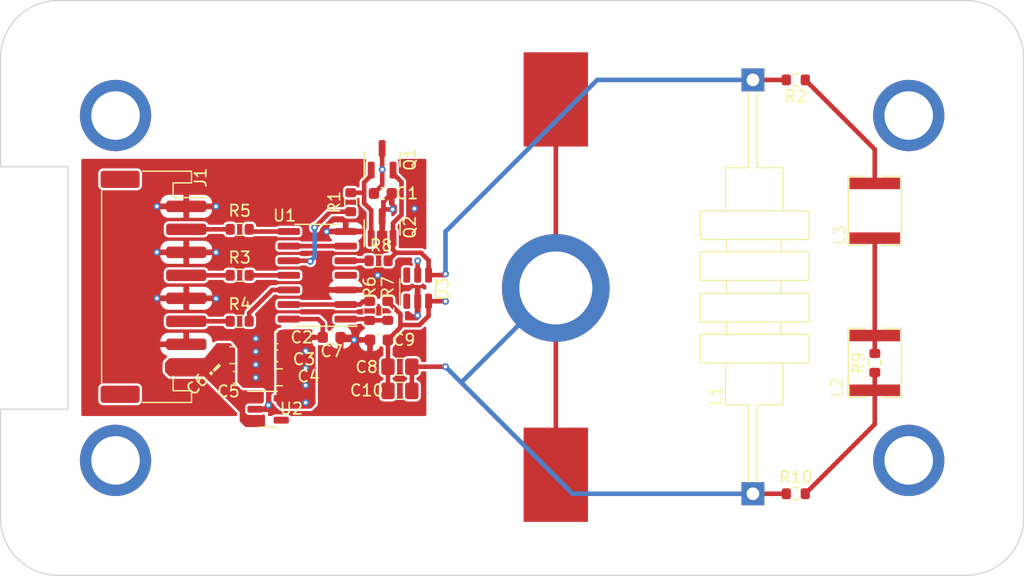
<source format=kicad_pcb>
(kicad_pcb (version 20221018) (generator pcbnew)
  (layers (0 "F.Cu" signal) (1 "In1.Cu" signal) (2 "In2.Cu" signal) (31 "B.Cu" signal) (34 "B.Paste" user) (35 "F.Paste" user) (36 "B.SilkS" user "B.Silkscreen") (37 "F.SilkS" user "F.Silkscreen") (38 "B.Mask" user) (39 "F.Mask" user) (44 "Edge.Cuts" user))
  (net 0 "")
  (net 1 "+5V")
  (net 2 "GND")
  (net 3 "+3V3")
  (net 4 "L_IN")
  (net 5 "/C_DIV")
  (net 7 "QUAD")
  (net 8 "ZERO")
  (net 9 "SQ")
  (net 10 "L_OUT")
  (net 11 "Net-(Q1-B)")
  (net 12 "Net-(R1-Pad2)")
  (net 13 "Net-(R2-Pad1)")
  (net 14 "Net-(R3-Pad2)")
  (net 15 "Net-(R4-Pad1)")
  (net 16 "Net-(R5-Pad2)")
  (net 17 "Net-(R6-Pad1)")
  (net 18 "Net-(R7-Pad1)")
  (net 19 "Net-(U1-Pad6)")
  (net 28 "Net-(L2-Pad2)")
  (net 29 "Net-(L2-Pad1)")
  (net 30 "Net-(L3-Pad2)")
  (footprint "theremin:SMTSO-M3" (layer "F.Cu") (at 143 110.1)
    (fp_text reference "H3" hide)
    (fp_text value "Standoff_2")
    (pad "1" thru_hole circle (at 0 0) (size 6.2 6.2) (drill 4.22) (layers "*.Cu" "*.Mask"))
  )
  (footprint "Capacitor_SMD:C_0805_2012Metric_Pad1.18x1.45mm_HandSolder" (layer "F.Cu") (at 167.7375 101.95 180)
    (fp_text reference "C8" (at 2.8915 -0.031) (layer "F.SilkS"))
    (fp_text value "1p")
    (fp_line (start -0.261252 -0.735) (end 0.261252 -0.735) (stroke (width 0.12)) (layer "F.SilkS"))
    (fp_line (start -0.261252 0.735) (end 0.261252 0.735) (stroke (width 0.12)) (layer "F.SilkS"))
    (pad "1" smd roundrect (at -1.0375 0 180) (size 1.175 1.45) (layers "F.Cu" "F.Paste" "F.Mask") (roundrect_rratio 0.212766) (net 4 "L_IN"))
    (pad "2" smd roundrect (at 1.0375 0 180) (size 1.175 1.45) (layers "F.Cu" "F.Paste" "F.Mask") (roundrect_rratio 0.212766) (net 5 "/C_DIV"))
  )
  (footprint "Resistor_SMD:R_0603_1608Metric" (layer "F.Cu") (at 209.05 101.62 90)
    (fp_text reference "R9" (at 0 -1.43 90) (layer "F.SilkS"))
    (fp_text value "0")
    (fp_line (start -0.237258 -0.5225) (end 0.237258 -0.5225) (stroke (width 0.12)) (layer "F.SilkS"))
    (fp_line (start -0.237258 0.5225) (end 0.237258 0.5225) (stroke (width 0.12)) (layer "F.SilkS"))
    (pad "1" smd roundrect (at -0.825 0 90) (size 0.8 0.95) (layers "F.Cu" "F.Paste" "F.Mask") (net 29 "Net-(L2-Pad1)"))
    (pad "2" smd roundrect (at 0.825 0 90) (size 0.8 0.95) (layers "F.Cu" "F.Paste" "F.Mask") (net 28 "Net-(L2-Pad2)"))
  )
  (footprint "Resistor_SMD:R_0603_1608Metric" (layer "F.Cu") (at 202.175 113)
    (fp_text reference "R10" (at 0 -1.43) (layer "F.SilkS"))
    (fp_text value "0")
    (fp_line (start -0.237258 -0.5225) (end 0.237258 -0.5225) (stroke (width 0.12)) (layer "F.SilkS"))
    (fp_line (start -0.237258 0.5225) (end 0.237258 0.5225) (stroke (width 0.12)) (layer "F.SilkS"))
    (pad "1" smd roundrect (at -0.825 0) (size 0.8 0.95) (layers "F.Cu" "F.Paste" "F.Mask") (net 4 "L_IN"))
    (pad "2" smd roundrect (at 0.825 0) (size 0.8 0.95) (layers "F.Cu" "F.Paste" "F.Mask") (net 29 "Net-(L2-Pad1)"))
  )
  (footprint "theremin:JST_PH_S8B-PH-SM4-TB_1x08-1MP_P2.00mm_Horizontal" (layer "F.Cu") (at 146.3 95 -90)
    (fp_text reference "J1" (at -9.5 -4.1 90) (layer "F.SilkS"))
    (fp_text value "S8B-PH-SM4-TB")
    (fp_line (start -10.06 -3.31) (end -9.04 -3.31) (stroke (width 0.12)) (layer "F.SilkS"))
    (fp_line (start -10.06 0.94) (end -10.06 -3.31) (stroke (width 0.12)) (layer "F.SilkS"))
    (fp_line (start -9.04 -3.31) (end -9.04 -1.71) (stroke (width 0.12)) (layer "F.SilkS"))
    (fp_line (start -9.04 -1.71) (end -7.76 -1.71) (stroke (width 0.12)) (layer "F.SilkS"))
    (fp_line (start -8.34 4.51) (end 8.34 4.51) (stroke (width 0.12)) (layer "F.SilkS"))
    (fp_line (start -7.76 -1.71) (end -7.76 -4.6) (stroke (width 0.12)) (layer "F.SilkS"))
    (fp_line (start 9.04 -3.31) (end 9.04 -1.71) (stroke (width 0.12)) (layer "F.SilkS"))
    (fp_line (start 9.04 -1.71) (end 7.76 -1.71) (stroke (width 0.12)) (layer "F.SilkS"))
    (fp_line (start 10.06 -3.31) (end 9.04 -3.31) (stroke (width 0.12)) (layer "F.SilkS"))
    (fp_line (start 10.06 0.94) (end 10.06 -3.31) (stroke (width 0.12)) (layer "F.SilkS"))
    (pad "1" smd roundrect (at -7 -2.85 270) (size 1 3.5) (layers "F.Cu" "F.Paste" "F.Mask") (net 2 "GND"))
    (pad "2" smd roundrect (at -5 -2.85 270) (size 1 3.5) (layers "F.Cu" "F.Paste" "F.Mask") (net 8 "ZERO"))
    (pad "3" smd roundrect (at -3 -2.85 270) (size 1 3.5) (layers "F.Cu" "F.Paste" "F.Mask") (net 2 "GND"))
    (pad "4" smd roundrect (at -1 -2.85 270) (size 1 3.5) (layers "F.Cu" "F.Paste" "F.Mask") (net 9 "SQ"))
    (pad "5" smd roundrect (at 1 -2.85 270) (size 1 3.5) (layers "F.Cu" "F.Paste" "F.Mask") (net 2 "GND"))
    (pad "6" smd roundrect (at 3 -2.85 270) (size 1 3.5) (layers "F.Cu" "F.Paste" "F.Mask") (net 7 "QUAD"))
    (pad "7" smd roundrect (at 5 -2.85 270) (size 1 3.5) (layers "F.Cu" "F.Paste" "F.Mask") (net 2 "GND"))
    (pad "8" smd roundrect (at 7 -2.85 270) (size 1 3.5) (layers "F.Cu" "F.Paste" "F.Mask") (net 1 "+5V"))
    (pad "MP1" smd roundrect (at -9.35 2.9 270) (size 1.5 3.4) (layers "F.Cu" "F.Paste" "F.Mask") (roundrect_rratio 0.166667))
    (pad "MP2" smd roundrect (at 9.35 2.9 270) (size 1.5 3.4) (layers "F.Cu" "F.Paste" "F.Mask") (roundrect_rratio 0.166667))
  )
  (footprint "theremin:keystone-PN5331TR" (layer "F.Cu") (at 181.3 82.5)
    (fp_text reference "AE1" hide)
    (fp_text value "PLATE" hide)
    (pad "1" smd rect (at 0 -3.8) (size 5.6 8.2) (layers "F.Cu" "F.Paste" "F.Mask") (net 4 "L_IN"))
  )
  (footprint "Resistor_SMD:R_0603_1608Metric" (layer "F.Cu") (at 165.886937 92.7354 180)
    (fp_text reference "R8" (at -0.213063 1.3354 180) (layer "F.SilkS"))
    (fp_text value "100")
    (fp_line (start -0.237258 -0.5225) (end 0.237258 -0.5225) (stroke (width 0.12)) (layer "F.SilkS"))
    (fp_line (start -0.237258 0.5225) (end 0.237258 0.5225) (stroke (width 0.12)) (layer "F.SilkS"))
    (pad "1" smd roundrect (at -0.825 0 180) (size 0.8 0.95) (layers "F.Cu" "F.Paste" "F.Mask") (net 10 "L_OUT"))
    (pad "2" smd roundrect (at 0.825 0 180) (size 0.8 0.95) (layers "F.Cu" "F.Paste" "F.Mask") (net 14 "Net-(R3-Pad2)"))
  )
  (footprint "Package_TO_SOT_SMD:SOT-23" (layer "F.Cu") (at 166.191737 89.830889 90)
    (fp_text reference "Q2" (at 0.016489 2.413463 90) (layer "F.SilkS"))
    (fp_text value "MMBT3906")
    (fp_line (start 0 -1.56) (end -1.675 -1.56) (stroke (width 0.12)) (layer "F.SilkS"))
    (fp_line (start 0 -1.56) (end 0.65 -1.56) (stroke (width 0.12)) (layer "F.SilkS"))
    (fp_line (start 0 1.56) (end -0.65 1.56) (stroke (width 0.12)) (layer "F.SilkS"))
    (fp_line (start 0 1.56) (end 0.65 1.56) (stroke (width 0.12)) (layer "F.SilkS"))
    (pad "1" smd roundrect (at -0.9375 -0.95 90) (size 1.475 0.6) (layers "F.Cu" "F.Paste" "F.Mask") (net 11 "Net-(Q1-B)"))
    (pad "2" smd roundrect (at -0.9375 0.95 90) (size 1.475 0.6) (layers "F.Cu" "F.Paste" "F.Mask") (net 10 "L_OUT"))
    (pad "3" smd roundrect (at 0.9375 0 90) (size 1.475 0.6) (layers "F.Cu" "F.Paste" "F.Mask") (net 2 "GND"))
  )
  (footprint "Capacitor_SMD:C_0603_1608Metric" (layer "F.Cu") (at 153.4 102.875001 180)
    (fp_text reference "C5" (at 0.575 -1.224999 180) (layer "F.SilkS"))
    (fp_text value "1u")
    (fp_line (start -0.14058 -0.51) (end 0.14058 -0.51) (stroke (width 0.12)) (layer "F.SilkS"))
    (fp_line (start -0.14058 0.51) (end 0.14058 0.51) (stroke (width 0.12)) (layer "F.SilkS"))
    (pad "1" smd roundrect (at -0.775 0 180) (size 0.9 0.95) (layers "F.Cu" "F.Paste" "F.Mask") (net 2 "GND"))
    (pad "2" smd roundrect (at 0.775 0 180) (size 0.9 0.95) (layers "F.Cu" "F.Paste" "F.Mask") (net 1 "+5V"))
  )
  (footprint "Resistor_SMD:R_0603_1608Metric" (layer "F.Cu") (at 165.1 97.1 -90)
    (fp_text reference "R6" (at -2.0532 0 -90) (layer "F.SilkS"))
    (fp_text value "220K")
    (fp_line (start -0.237258 -0.5225) (end 0.237258 -0.5225) (stroke (width 0.12)) (layer "F.SilkS"))
    (fp_line (start -0.237258 0.5225) (end 0.237258 0.5225) (stroke (width 0.12)) (layer "F.SilkS"))
    (pad "1" smd roundrect (at -0.825 0 270) (size 0.8 0.95) (layers "F.Cu" "F.Paste" "F.Mask") (net 17 "Net-(R6-Pad1)"))
    (pad "2" smd roundrect (at 0.825 0 270) (size 0.8 0.95) (layers "F.Cu" "F.Paste" "F.Mask") (net 16 "Net-(R5-Pad2)"))
  )
  (footprint "theremin:LargeHoneycombCoil" (layer "F.Cu") (at 198.4476 95 -90)
    (fp_text reference "L1" (at 9.5 3.1976 90) (layer "F.SilkS"))
    (fp_text value "1m")
    (fp_line (start -10.3632 -2.6162) (end -6.7564 -2.6162) (stroke (width 0.1)) (layer "F.SilkS"))
    (fp_line (start -10.3632 -0.3556) (end -16.9672 -0.3556) (stroke (width 0.1)) (layer "F.SilkS"))
    (fp_line (start -10.3632 -0.3556) (end -10.3632 -2.6162) (stroke (width 0.1)) (layer "F.SilkS"))
    (fp_line (start -10.3632 0.4064) (end -16.9672 0.4064) (stroke (width 0.1)) (layer "F.SilkS"))
    (fp_line (start -10.3632 0.4064) (end -10.3632 2.3876) (stroke (width 0.1)) (layer "F.SilkS"))
    (fp_line (start -10.3632 2.3876) (end -6.7564 2.3876) (stroke (width 0.1)) (layer "F.SilkS"))
    (fp_line (start -4.1148 -2.4384) (end -3.048 -2.4384) (stroke (width 0.1)) (layer "F.SilkS"))
    (fp_line (start -4.1148 2.286) (end -3.048 2.286) (stroke (width 0.1)) (layer "F.SilkS"))
    (fp_line (start -0.508 -2.4384) (end 0.5588 -2.4384) (stroke (width 0.1)) (layer "F.SilkS"))
    (fp_line (start -0.508 2.286) (end 0.5588 2.286) (stroke (width 0.1)) (layer "F.SilkS"))
    (fp_line (start 3.0734 -2.4384) (end 4.1402 -2.4384) (stroke (width 0.1)) (layer "F.SilkS"))
    (fp_line (start 3.0734 2.286) (end 4.1402 2.286) (stroke (width 0.1)) (layer "F.SilkS"))
    (fp_line (start 10.2616 -2.6162) (end 6.6548 -2.6162) (stroke (width 0.1)) (layer "F.SilkS"))
    (fp_line (start 10.2616 -0.3556) (end 10.2616 -2.6162) (stroke (width 0.1)) (layer "F.SilkS"))
    (fp_line (start 10.2616 -0.3556) (end 16.9672 -0.3556) (stroke (width 0.1)) (layer "F.SilkS"))
    (fp_line (start 10.2616 0.4064) (end 10.2616 2.3876) (stroke (width 0.1)) (layer "F.SilkS"))
    (fp_line (start 10.2616 0.4064) (end 16.9672 0.4064) (stroke (width 0.1)) (layer "F.SilkS"))
    (fp_line (start 10.2616 2.3876) (end 6.6548 2.3876) (stroke (width 0.1)) (layer "F.SilkS"))
    (fp_rect (start -6.604 -4.8768) (end -4.1148 4.572) (stroke (width 0.1)) (fill none) (layer "F.SilkS"))
    (fp_rect (start -3.048 -4.8768) (end -0.5588 4.572) (stroke (width 0.1)) (fill none) (layer "F.SilkS"))
    (fp_rect (start 0.5588 -4.8768) (end 3.048 4.572) (stroke (width 0.1)) (fill none) (layer "F.SilkS"))
    (fp_rect (start 4.1402 -4.8768) (end 6.6294 4.572) (stroke (width 0.1)) (fill none) (layer "F.SilkS"))
    (pad "1" thru_hole rect (at -18 0 270) (size 2 2) (drill 1.1) (layers "*.Cu" "*.Mask") (net 10 "L_OUT"))
    (pad "2" thru_hole rect (at 18 0 270) (size 2 2) (drill 1.1) (layers "*.Cu" "*.Mask") (net 4 "L_IN"))
  )
  (footprint "theremin:SMTSO-M3" (layer "F.Cu") (at 212 110.1)
    (fp_text reference "H5" hide)
    (fp_text value "Standoff_2")
    (pad "1" thru_hole circle (at 0 0) (size 6.2 6.2) (drill 4.22) (layers "*.Cu" "*.Mask"))
  )
  (footprint "Package_TO_SOT_SMD:SOT-23-5" (layer "F.Cu") (at 156.275 105.649999)
    (fp_text reference "U2" (at 2.025 -0.049999) (layer "F.SilkS"))
    (fp_text value "AP2112K-3.3")
    (fp_line (start 0 -1.56) (end -1.8 -1.56) (stroke (width 0.12)) (layer "F.SilkS"))
    (fp_line (start 0 -1.56) (end 0.8 -1.56) (stroke (width 0.12)) (layer "F.SilkS"))
    (fp_line (start 0 1.56) (end -0.8 1.56) (stroke (width 0.12)) (layer "F.SilkS"))
    (fp_line (start 0 1.56) (end 0.8 1.56) (stroke (width 0.12)) (layer "F.SilkS"))
    (pad "1" smd roundrect (at -1.1375 -0.95) (size 1.325 0.6) (layers "F.Cu" "F.Paste" "F.Mask") (net 1 "+5V"))
    (pad "2" smd roundrect (at -1.1375 0) (size 1.325 0.6) (layers "F.Cu" "F.Paste" "F.Mask") (net 2 "GND"))
    (pad "3" smd roundrect (at -1.1375 0.95) (size 1.325 0.6) (layers "F.Cu" "F.Paste" "F.Mask") (net 1 "+5V"))
    (pad "4" smd roundrect (at 1.1375 0.95) (size 1.325 0.6) (layers "F.Cu" "F.Paste" "F.Mask"))
    (pad "5" smd roundrect (at 1.1375 -0.95) (size 1.325 0.6) (layers "F.Cu" "F.Paste" "F.Mask") (net 3 "+3V3"))
  )
  (footprint "Capacitor_SMD:C_0805_2012Metric_Pad1.18x1.45mm_HandSolder" (layer "F.Cu") (at 167.7375 104.05 180)
    (fp_text reference "C10" (at 2.8915 0.037) (layer "F.SilkS"))
    (fp_text value "1p")
    (fp_line (start -0.261252 -0.735) (end 0.261252 -0.735) (stroke (width 0.12)) (layer "F.SilkS"))
    (fp_line (start -0.261252 0.735) (end 0.261252 0.735) (stroke (width 0.12)) (layer "F.SilkS"))
    (pad "1" smd roundrect (at -1.0375 0 180) (size 1.175 1.45) (layers "F.Cu" "F.Paste" "F.Mask") (roundrect_rratio 0.212766) (net 4 "L_IN"))
    (pad "2" smd roundrect (at 1.0375 0 180) (size 1.175 1.45) (layers "F.Cu" "F.Paste" "F.Mask") (roundrect_rratio 0.212766) (net 5 "/C_DIV"))
  )
  (footprint "Resistor_SMD:R_0603_1608Metric" (layer "F.Cu") (at 153.8 90 180)
    (fp_text reference "R5" (at 0 1.608 180) (layer "F.SilkS"))
    (fp_text value "100")
    (fp_line (start -0.237258 -0.5225) (end 0.237258 -0.5225) (stroke (width 0.12)) (layer "F.SilkS"))
    (fp_line (start -0.237258 0.5225) (end 0.237258 0.5225) (stroke (width 0.12)) (layer "F.SilkS"))
    (pad "1" smd roundrect (at -0.825 0 180) (size 0.8 0.95) (layers "F.Cu" "F.Paste" "F.Mask") (net 15 "Net-(R4-Pad1)"))
    (pad "2" smd roundrect (at 0.825 0 180) (size 0.8 0.95) (layers "F.Cu" "F.Paste" "F.Mask") (net 8 "ZERO"))
  )
  (footprint "Resistor_SMD:R_0603_1608Metric" (layer "F.Cu") (at 153.8 98.000001 180)
    (fp_text reference "R4" (at 0 1.480001 180) (layer "F.SilkS"))
    (fp_text value "100")
    (fp_line (start -0.237258 -0.5225) (end 0.237258 -0.5225) (stroke (width 0.12)) (layer "F.SilkS"))
    (fp_line (start -0.237258 0.5225) (end 0.237258 0.5225) (stroke (width 0.12)) (layer "F.SilkS"))
    (pad "1" smd roundrect (at -0.825 0 180) (size 0.8 0.95) (layers "F.Cu" "F.Paste" "F.Mask") (net 18 "Net-(R7-Pad1)"))
    (pad "2" smd roundrect (at 0.825 0 180) (size 0.8 0.95) (layers "F.Cu" "F.Paste" "F.Mask") (net 7 "QUAD"))
  )
  (footprint "Capacitor_SMD:C_0603_1608Metric" (layer "F.Cu") (at 156.975 101)
    (fp_text reference "C3" (at 2.425 0.3) (layer "F.SilkS"))
    (fp_text value "1u")
    (fp_line (start -0.14058 -0.51) (end 0.14058 -0.51) (stroke (width 0.12)) (layer "F.SilkS"))
    (fp_line (start -0.14058 0.51) (end 0.14058 0.51) (stroke (width 0.12)) (layer "F.SilkS"))
    (pad "1" smd roundrect (at -0.775 0) (size 0.9 0.95) (layers "F.Cu" "F.Paste" "F.Mask") (net 2 "GND"))
    (pad "2" smd roundrect (at 0.775 0) (size 0.9 0.95) (layers "F.Cu" "F.Paste" "F.Mask") (net 3 "+3V3"))
  )
  (footprint "theremin:Coilcraft_DO1605T" (layer "F.Cu") (at 209.05 101.62 90)
    (fp_text reference "L2" (at -2.13 -3.3 90 unlocked) (layer "F.SilkS") (effects (font (thickness 0.1))))
    (fp_text value "1m" hide)
    (fp_line (start -2.9972 -2.3114) (end 2.9972 -2.3114) (stroke (width 0.12)) (layer "F.SilkS"))
    (fp_line (start -2.9972 -0.6114) (end -2.9972 -2.3114) (stroke (width 0.12)) (layer "F.SilkS"))
    (fp_line (start -2.9972 2.3114) (end -2.9972 0.6114) (stroke (width 0.12)) (layer "F.SilkS"))
    (fp_line (start 2.9972 -2.3114) (end 2.9972 -0.6114) (stroke (width 0.12)) (layer "F.SilkS"))
    (fp_line (start 2.9972 0.6114) (end 2.9972 2.3114) (stroke (width 0.12)) (layer "F.SilkS"))
    (fp_line (start 2.9972 2.3114) (end -2.9972 2.3114) (stroke (width 0.12)) (layer "F.SilkS"))
    (pad "1" smd rect (at -2.38 -0.0044 90) (size 1 4.4) (layers "F.Cu" "F.Paste" "F.Mask") (net 29 "Net-(L2-Pad1)"))
    (pad "2" smd rect (at 2.38 -0.0044 90) (size 1 4.4) (layers "F.Cu" "F.Paste" "F.Mask") (net 28 "Net-(L2-Pad2)"))
  )
  (footprint "Capacitor_SMD:C_0603_1608Metric" (layer "F.Cu") (at 161.8 99.4)
    (fp_text reference "C7" (at 0 1.2 180) (layer "F.SilkS"))
    (fp_text value "0.1uF")
    (fp_line (start -0.14058 -0.51) (end 0.14058 -0.51) (stroke (width 0.12)) (layer "F.SilkS"))
    (fp_line (start -0.14058 0.51) (end 0.14058 0.51) (stroke (width 0.12)) (layer "F.SilkS"))
    (pad "1" smd roundrect (at -0.775 0) (size 0.9 0.95) (layers "F.Cu" "F.Paste" "F.Mask") (net 3 "+3V3"))
    (pad "2" smd roundrect (at 0.775 0) (size 0.9 0.95) (layers "F.Cu" "F.Paste" "F.Mask") (net 2 "GND"))
  )
  (footprint "Capacitor_SMD:C_0805_2012Metric" (layer "F.Cu") (at 157.250001 102.875)
    (fp_text reference "C4" (at 2.549999 -0.075) (layer "F.SilkS"))
    (fp_text value "10u")
    (fp_line (start -0.261252 -0.735) (end 0.261252 -0.735) (stroke (width 0.12)) (layer "F.SilkS"))
    (fp_line (start -0.261252 0.735) (end 0.261252 0.735) (stroke (width 0.12)) (layer "F.SilkS"))
    (pad "1" smd roundrect (at -0.95 0) (size 1 1.45) (layers "F.Cu" "F.Paste" "F.Mask") (net 2 "GND"))
    (pad "2" smd roundrect (at 0.95 0) (size 1 1.45) (layers "F.Cu" "F.Paste" "F.Mask") (net 3 "+3V3"))
  )
  (footprint "theremin:SMTSO-M3" (layer "F.Cu") (at 212 80.1)
    (fp_text reference "H2" hide)
    (fp_text value "Standoff_2")
    (pad "1" thru_hole circle (at 0 0) (size 6.2 6.2) (drill 4.22) (layers "*.Cu" "*.Mask"))
  )
  (footprint "Capacitor_SMD:C_0603_1608Metric" (layer "F.Cu") (at 165.9116 99.6188 180)
    (fp_text reference "C9" (at -2.1884 0 180) (layer "F.SilkS"))
    (fp_text value "100p")
    (fp_line (start -0.14058 -0.51) (end 0.14058 -0.51) (stroke (width 0.12)) (layer "F.SilkS"))
    (fp_line (start -0.14058 0.51) (end 0.14058 0.51) (stroke (width 0.12)) (layer "F.SilkS"))
    (pad "1" smd roundrect (at -0.775 0 180) (size 0.9 0.95) (layers "F.Cu" "F.Paste" "F.Mask") (net 5 "/C_DIV"))
    (pad "2" smd roundrect (at 0.775 0 180) (size 0.9 0.95) (layers "F.Cu" "F.Paste" "F.Mask") (net 2 "GND"))
  )
  (footprint "Resistor_SMD:R_0603_1608Metric" (layer "F.Cu") (at 153.8 93.999999)
    (fp_text reference "R3" (at 0 -1.543999) (layer "F.SilkS"))
    (fp_text value "100")
    (fp_line (start -0.237258 -0.5225) (end 0.237258 -0.5225) (stroke (width 0.12)) (layer "F.SilkS"))
    (fp_line (start -0.237258 0.5225) (end 0.237258 0.5225) (stroke (width 0.12)) (layer "F.SilkS"))
    (pad "1" smd roundrect (at -0.825 0) (size 0.8 0.95) (layers "F.Cu" "F.Paste" "F.Mask") (net 9 "SQ"))
    (pad "2" smd roundrect (at 0.825 0) (size 0.8 0.95) (layers "F.Cu" "F.Paste" "F.Mask") (net 12 "Net-(R1-Pad2)"))
  )
  (footprint "Package_TO_SOT_SMD:SOT-23-6" (layer "F.Cu") (at 169.2808 95.1175 90)
    (fp_text reference "U3" (at -0.0817 2.1692 90) (layer "F.SilkS"))
    (fp_text value "SRV05-4")
    (fp_line (start 0 -1.56) (end -1.8 -1.56) (stroke (width 0.12)) (layer "F.SilkS"))
    (fp_line (start 0 -1.56) (end 0.8 -1.56) (stroke (width 0.12)) (layer "F.SilkS"))
    (fp_line (start 0 1.56) (end -0.8 1.56) (stroke (width 0.12)) (layer "F.SilkS"))
    (fp_line (start 0 1.56) (end 0.8 1.56) (stroke (width 0.12)) (layer "F.SilkS"))
    (pad "1" smd roundrect (at -1.1375 -0.95 90) (size 1.325 0.6) (layers "F.Cu" "F.Paste" "F.Mask"))
    (pad "2" smd roundrect (at -1.1375 0 90) (size 1.325 0.6) (layers "F.Cu" "F.Paste" "F.Mask") (net 2 "GND"))
    (pad "3" smd roundrect (at -1.1375 0.95 90) (size 1.325 0.6) (layers "F.Cu" "F.Paste" "F.Mask") (net 5 "/C_DIV"))
    (pad "4" smd roundrect (at 1.1375 0.95 90) (size 1.325 0.6) (layers "F.Cu" "F.Paste" "F.Mask") (net 10 "L_OUT"))
    (pad "5" smd roundrect (at 1.1375 0 90) (size 1.325 0.6) (layers "F.Cu" "F.Paste" "F.Mask") (net 3 "+3V3"))
    (pad "6" smd roundrect (at 1.1375 -0.95 90) (size 1.325 0.6) (layers "F.Cu" "F.Paste" "F.Mask"))
  )
  (footprint "Package_SO:SOIC-14_3.9x8.7mm_P1.27mm" (layer "F.Cu") (at 160.55 94 180)
    (fp_text reference "U1" (at 2.85 5.2 180) (layer "F.SilkS"))
    (fp_text value "74AHC04")
    (fp_line (start 0 -4.435) (end -3.45 -4.435) (stroke (width 0.12)) (layer "F.SilkS"))
    (fp_line (start 0 -4.435) (end 1.95 -4.435) (stroke (width 0.12)) (layer "F.SilkS"))
    (fp_line (start 0 4.435) (end -1.95 4.435) (stroke (width 0.12)) (layer "F.SilkS"))
    (fp_line (start 0 4.435) (end 1.95 4.435) (stroke (width 0.12)) (layer "F.SilkS"))
    (pad "1" smd roundrect (at -2.475 -3.81 180) (size 1.95 0.6) (layers "F.Cu" "F.Paste" "F.Mask") (net 16 "Net-(R5-Pad2)"))
    (pad "2" smd roundrect (at -2.475 -2.54 180) (size 1.95 0.6) (layers "F.Cu" "F.Paste" "F.Mask") (net 17 "Net-(R6-Pad1)"))
    (pad "3" smd roundrect (at -2.475 -1.27 180) (size 1.95 0.6) (layers "F.Cu" "F.Paste" "F.Mask") (net 2 "GND"))
    (pad "4" smd roundrect (at -2.475 0 180) (size 1.95 0.6) (layers "F.Cu" "F.Paste" "F.Mask"))
    (pad "5" smd roundrect (at -2.475 1.27 180) (size 1.95 0.6) (layers "F.Cu" "F.Paste" "F.Mask") (net 14 "Net-(R3-Pad2)"))
    (pad "6" smd roundrect (at -2.475 2.54 180) (size 1.95 0.6) (layers "F.Cu" "F.Paste" "F.Mask") (net 19 "Net-(U1-Pad6)"))
    (pad "7" smd roundrect (at -2.475 3.81 180) (size 1.95 0.6) (layers "F.Cu" "F.Paste" "F.Mask") (net 2 "GND"))
    (pad "8" smd roundrect (at 2.475 3.81 180) (size 1.95 0.6) (layers "F.Cu" "F.Paste" "F.Mask") (net 15 "Net-(R4-Pad1)"))
    (pad "9" smd roundrect (at 2.475 2.54 180) (size 1.95 0.6) (layers "F.Cu" "F.Paste" "F.Mask") (net 19 "Net-(U1-Pad6)"))
    (pad "10" smd roundrect (at 2.475 1.27 180) (size 1.95 0.6) (layers "F.Cu" "F.Paste" "F.Mask") (net 13 "Net-(R2-Pad1)"))
    (pad "11" smd roundrect (at 2.475 0 180) (size 1.95 0.6) (layers "F.Cu" "F.Paste" "F.Mask") (net 12 "Net-(R1-Pad2)"))
    (pad "12" smd roundrect (at 2.475 -1.27 180) (size 1.95 0.6) (layers "F.Cu" "F.Paste" "F.Mask") (net 18 "Net-(R7-Pad1)"))
    (pad "13" smd roundrect (at 2.475 -2.54 180) (size 1.95 0.6) (layers "F.Cu" "F.Paste" "F.Mask") (net 17 "Net-(R6-Pad1)"))
    (pad "14" smd roundrect (at 2.475 -3.81 180) (size 1.95 0.6) (layers "F.Cu" "F.Paste" "F.Mask") (net 3 "+3V3"))
  )
  (footprint "Capacitor_SMD:C_0603_1608Metric" (layer "F.Cu") (at 156.9711 99.441199)
    (fp_text reference "C2" (at 2.2289 -0.041199 unlocked) (layer "F.SilkS"))
    (fp_text value ".1u")
    (fp_line (start -0.14058 -0.51) (end 0.14058 -0.51) (stroke (width 0.12)) (layer "F.SilkS"))
    (fp_line (start -0.14058 0.51) (end 0.14058 0.51) (stroke (width 0.12)) (layer "F.SilkS"))
    (pad "1" smd roundrect (at -0.775 0) (size 0.9 0.95) (layers "F.Cu" "F.Paste" "F.Mask") (net 2 "GND"))
    (pad "2" smd roundrect (at 0.775 0) (size 0.9 0.95) (layers "F.Cu" "F.Paste" "F.Mask") (net 3 "+3V3"))
  )
  (footprint "Package_TO_SOT_SMD:SOT-23" (layer "F.Cu") (at 166.191737 83.910389 90)
    (fp_text reference "Q1" (at 0 2.413463 90) (layer "F.SilkS"))
    (fp_text value "MMBT3904")
    (fp_line (start 0 -1.56) (end -1.675 -1.56) (stroke (width 0.12)) (layer "F.SilkS"))
    (fp_line (start 0 -1.56) (end 0.65 -1.56) (stroke (width 0.12)) (layer "F.SilkS"))
    (fp_line (start 0 1.56) (end -0.65 1.56) (stroke (width 0.12)) (layer "F.SilkS"))
    (fp_line (start 0 1.56) (end 0.65 1.56) (stroke (width 0.12)) (layer "F.SilkS"))
    (pad "1" smd roundrect (at -0.9375 -0.95 90) (size 1.475 0.6) (layers "F.Cu" "F.Paste" "F.Mask") (net 11 "Net-(Q1-B)"))
    (pad "2" smd roundrect (at -0.9375 0.95 90) (size 1.475 0.6) (layers "F.Cu" "F.Paste" "F.Mask") (net 10 "L_OUT"))
    (pad "3" smd roundrect (at 0.9375 0 90) (size 1.475 0.6) (layers "F.Cu" "F.Paste" "F.Mask") (net 3 "+3V3"))
  )
  (footprint "Resistor_SMD:R_0603_1608Metric" (layer "F.Cu") (at 166.6748 97.091 -90)
    (fp_text reference "R7" (at -2.0442 0 -90) (layer "F.SilkS"))
    (fp_text value "100")
    (fp_line (start -0.237258 -0.5225) (end 0.237258 -0.5225) (stroke (width 0.12)) (layer "F.SilkS"))
    (fp_line (start -0.237258 0.5225) (end 0.237258 0.5225) (stroke (width 0.12)) (layer "F.SilkS"))
    (pad "1" smd roundrect (at -0.825 0 270) (size 0.8 0.95) (layers "F.Cu" "F.Paste" "F.Mask") (net 5 "/C_DIV"))
    (pad "2" smd roundrect (at 0.825 0 270) (size 0.8 0.95) (layers "F.Cu" "F.Paste" "F.Mask") (net 16 "Net-(R5-Pad2)"))
  )
  (footprint "Resistor_SMD:R_0603_1608Metric" (layer "F.Cu") (at 163.458737 87.641889 90)
    (fp_text reference "R1" (at 0 -1.43 90) (layer "F.SilkS"))
    (fp_text value "100")
    (fp_line (start -0.237258 -0.5225) (end 0.237258 -0.5225) (stroke (width 0.12)) (layer "F.SilkS"))
    (fp_line (start -0.237258 0.5225) (end 0.237258 0.5225) (stroke (width 0.12)) (layer "F.SilkS"))
    (pad "1" smd roundrect (at -0.825 0 90) (size 0.8 0.95) (layers "F.Cu" "F.Paste" "F.Mask") (net 13 "Net-(R2-Pad1)"))
    (pad "2" smd roundrect (at 0.825 0 90) (size 0.8 0.95) (layers "F.Cu" "F.Paste" "F.Mask") (net 11 "Net-(Q1-B)"))
  )
  (footprint "Resistor_SMD:R_0603_1608Metric" (layer "F.Cu") (at 202.175 77 180)
    (fp_text reference "R2" (at 0 -1.43) (layer "F.SilkS"))
    (fp_text value "0")
    (fp_line (start -0.237258 -0.5225) (end 0.237258 -0.5225) (stroke (width 0.12)) (layer "F.SilkS"))
    (fp_line (start -0.237258 0.5225) (end 0.237258 0.5225) (stroke (width 0.12)) (layer "F.SilkS"))
    (pad "1" smd roundrect (at -0.825 0 180) (size 0.8 0.95) (layers "F.Cu" "F.Paste" "F.Mask") (net 30 "Net-(L3-Pad2)"))
    (pad "2" smd roundrect (at 0.825 0 180) (size 0.8 0.95) (layers "F.Cu" "F.Paste" "F.Mask") (net 10 "L_OUT"))
  )
  (footprint "theremin:SMTSO-M3" (layer "F.Cu") (at 143 80.1)
    (fp_text reference "H1" hide)
    (fp_text value "Standoff_2")
    (pad "1" thru_hole circle (at 0 0) (size 6.2 6.2) (drill 4.22) (layers "*.Cu" "*.Mask"))
  )
  (footprint "theremin:SMTSO-M4" (layer "F.Cu") (at 181.3 95.1 90)
    (fp_text reference "H4" hide)
    (fp_text value "Standoff_1")
    (pad "1" thru_hole circle (at 0 0 90) (size 9.37 9.37) (drill 6.35) (layers "*.Cu" "*.Mask") (net 4 "L_IN") (clearance 0.75) (thermal_bridge_width 2))
  )
  (footprint "Capacitor_SMD:C_0603_1608Metric" (layer "F.Cu") (at 166.252737 86.879889)
    (fp_text reference "C1" (at 2.098463 -0.011889) (layer "F.SilkS"))
    (fp_text value "0.1uF")
    (fp_line (start -0.14058 -0.51) (end 0.14058 -0.51) (stroke (width 0.12)) (layer "F.SilkS"))
    (fp_line (start -0.14058 0.51) (end 0.14058 0.51) (stroke (width 0.12)) (layer "F.SilkS"))
    (pad "1" smd roundrect (at -0.775 0) (size 0.9 0.95) (layers "F.Cu" "F.Paste" "F.Mask") (net 3 "+3V3"))
    (pad "2" smd roundrect (at 0.775 0) (size 0.9 0.95) (layers "F.Cu" "F.Paste" "F.Mask") (net 2 "GND"))
  )
  (footprint "theremin:keystone-PN5331TR" (layer "F.Cu") (at 181.3 107.55 180)
    (fp_text reference "AE2" hide)
    (fp_text value "PLATE" hide)
    (pad "1" smd rect (at 0 -3.8 180) (size 5.6 8.2) (layers "F.Cu" "F.Paste" "F.Mask") (net 4 "L_IN"))
  )
  (footprint "theremin:Coilcraft_DO1605T" (layer "F.Cu") (at 209.05 88.387 90)
    (fp_text reference "L3" (at -2.113 -3.05 90 unlocked) (layer "F.SilkS") (effects (font (thickness 0.1))))
    (fp_text value "1m" hide)
    (fp_line (start -2.9972 -2.3114) (end 2.9972 -2.3114) (stroke (width 0.12)) (layer "F.SilkS"))
    (fp_line (start -2.9972 -0.6114) (end -2.9972 -2.3114) (stroke (width 0.12)) (layer "F.SilkS"))
    (fp_line (start -2.9972 2.3114) (end -2.9972 0.6114) (stroke (width 0.12)) (layer "F.SilkS"))
    (fp_line (start 2.9972 -2.3114) (end 2.9972 -0.6114) (stroke (width 0.12)) (layer "F.SilkS"))
    (fp_line (start 2.9972 0.6114) (end 2.9972 2.3114) (stroke (width 0.12)) (layer "F.SilkS"))
    (fp_line (start 2.9972 2.3114) (end -2.9972 2.3114) (stroke (width 0.12)) (layer "F.SilkS"))
    (pad "1" smd rect (at -2.38 -0.0044 90) (size 1 4.4) (layers "F.Cu" "F.Paste" "F.Mask") (net 28 "Net-(L2-Pad2)"))
    (pad "2" smd rect (at 2.38 -0.0044 90) (size 1 4.4) (layers "F.Cu" "F.Paste" "F.Mask") (net 30 "Net-(L3-Pad2)"))
  )
  (footprint "Capacitor_SMD:C_0805_2012Metric" (layer "F.Cu") (at 153.2 100.944999 180)
    (fp_text reference "C6" (at 3.099999 -2.555001 225) (layer "F.SilkS"))
    (fp_text value "10u")
    (fp_line (start -0.261252 -0.735) (end 0.261252 -0.735) (stroke (width 0.12)) (layer "F.SilkS"))
    (fp_line (start -0.261252 0.735) (end 0.261252 0.735) (stroke (width 0.12)) (layer "F.SilkS"))
    (pad "1" smd roundrect (at -0.95 0 180) (size 1 1.45) (layers "F.Cu" "F.Paste" "F.Mask") (net 2 "GND"))
    (pad "2" smd roundrect (at 0.95 0 180) (size 1 1.45) (layers "F.Cu" "F.Paste" "F.Mask") (net 1 "+5V"))
  )
  (footprint "LOGO" (layer "B.Cu") (at 212.285344 97.499855 -90)
    (fp_text reference "G***" hide)
    (fp_text value "LOGO" hide)
  )
  (gr_arc (start 222 115.1) (mid 220.535534 118.635534) (end 217 120.1) (stroke (width 0.1)) (layer "Edge.Cuts"))
  (gr_line (start 138.8534 84.55) (end 133 84.55) (stroke (width 0.1)) (layer "Edge.Cuts"))
  (gr_arc (start 133 75.1) (mid 134.464466 71.564466) (end 138 70.1) (stroke (width 0.1)) (layer "Edge.Cuts"))
  (gr_line (start 133 115.1) (end 133 105.650001) (stroke (width 0.1)) (layer "Edge.Cuts"))
  (gr_line (start 138.8534 105.650001) (end 138.8534 84.55) (stroke (width 0.1)) (layer "Edge.Cuts"))
  (gr_line (start 133 105.650001) (end 138.8534 105.650001) (stroke (width 0.1)) (layer "Edge.Cuts"))
  (gr_line (start 138 70.1) (end 217 70.1) (stroke (width 0.1)) (layer "Edge.Cuts"))
  (gr_arc (start 138 120.1) (mid 134.464466 118.635534) (end 133 115.1) (stroke (width 0.1)) (layer "Edge.Cuts"))
  (gr_arc (start 217 70.1) (mid 220.535534 71.564466) (end 222 75.1) (stroke (width 0.1)) (layer "Edge.Cuts"))
  (gr_line (start 133 84.55) (end 133 75.1) (stroke (width 0.1)) (layer "Edge.Cuts"))
  (gr_line (start 217 120.1) (end 138 120.1) (stroke (width 0.1)) (layer "Edge.Cuts"))
  (gr_line (start 222 75.1) (end 222 115.1) (stroke (width 0.1)) (layer "Edge.Cuts"))
  (gr_text "!" (at 150.8 102.5 -45) (layer "F.SilkS") (effects (font (size 1.2 1.2) (thickness 0.2) bold) (justify left bottom)))
  (segment (start 149.15 96.012) (end 151.7286 96.012) (width 0.4) (layer "F.Cu") (net 2))
  (segment (start 166.469835 88.269835) (end 167.101935 88.269835) (width 0.4) (layer "F.Cu") (net 2))
  (segment (start 161.374955 90.1954) (end 163.025 90.1954) (width 0.4) (layer "F.Cu") (net 2))
  (segment (start 166.191737 88.893389) (end 166.3 88.785126) (width 0.4) (layer "F.Cu") (net 2))
  (segment (start 169.279849 97.493437) (end 169.278898 97.494388) (width 0.4) (layer "F.Cu") (net 2))
  (segment (start 166.3 87.607626) (end 166.303813 87.603813) (width 0.4) (layer "F.Cu") (net 2))
  (segment (start 166.3 88.1) (end 166.469835 88.269835) (width 0.4) (layer "F.Cu") (net 2))
  (segment (start 146.6 92) (end 149.15 92) (width 0.4) (layer "F.Cu") (net 2))
  (segment (start 146.6 96) (end 149.15 96) (width 0.4) (layer "F.Cu") (net 2))
  (segment (start 155.950001 105.649999) (end 156.3 105.3) (width 0.4) (layer "F.Cu") (net 2))
  (segment (start 163.7526 99.6188) (end 165.1366 99.6188) (width 0.4) (layer "F.Cu") (net 2))
  (segment (start 162.7938 99.6188) (end 162.575 99.4) (width 0.4) (layer "F.Cu") (net 2))
  (segment (start 166.3 88.785126) (end 166.3 87.607626) (width 0.4) (layer "F.Cu") (net 2))
  (segment (start 163.7526 99.6188) (end 162.7938 99.6188) (width 0.4) (layer "F.Cu") (net 2))
  (segment (start 146.6 88) (end 149.15 88) (width 0.4) (layer "F.Cu") (net 2))
  (segment (start 149.15 91.9988) (end 151.7286 91.9988) (width 0.4) (layer "F.Cu") (net 2))
  (segment (start 156.3 105.3) (end 156.3 102.875001) (width 0.4) (layer "F.Cu") (net 2))
  (segment (start 161.368437 90.1981) (end 161.365737 90.2008) (width 0.4) (layer "F.Cu") (net 2))
  (segment (start 166.3 87.607626) (end 166.3 88.1) (width 0.4) (layer "F.Cu") (net 2))
  (segment (start 149.15 88) (end 151.7286 88) (width 0.4) (layer "F.Cu") (net 2))
  (segment (start 155.1375 105.649999) (end 155.950001 105.649999) (width 0.4) (layer "F.Cu") (net 2))
  (segment (start 156.3 102.875001) (end 156.300001 102.875) (width 0.4) (layer "F.Cu") (net 2))
  (segment (start 169.2808 97.491141) (end 169.2808 96.255) (width 0.4) (layer "F.Cu") (net 2))
  (segment (start 166.303813 87.603813) (end 167.027737 86.879889) (width 0.4) (layer "F.Cu") (net 2))
  (via (at 151.7396 96.023) (size 0.6) (drill 0.3) (layers "F.Cu" "B.Cu") (net 2))
  (via (at 155.2 102.9) (size 0.6) (drill 0.3) (layers "F.Cu" "B.Cu") (net 2))
  (via (at 146.6 88) (size 0.6) (drill 0.3) (layers "F.Cu" "B.Cu") (net 2))
  (via (at 155.2 100.633334) (size 0.6) (drill 0.3) (layers "F.Cu" "B.Cu") (net 2))
  (via (at 146.6 96) (size 0.6) (drill 0.3) (layers "F.Cu" "B.Cu") (net 2))
  (via (at 165.8 94) (size 0.6) (drill 0.3) (layers "F.Cu" "B.Cu") (net 2))
  (via (at 167.101935 88.269835) (size 0.6) (drill 0.3) (layers "F.Cu" "B.Cu") (net 2))
  (via (at 151.7396 92.0098) (size 0.6) (drill 0.3) (layers "F.Cu" "B.Cu") (net 2))
  (via (at 155.2 101.766668) (size 0.6) (drill 0.3) (layers "F.Cu" "B.Cu") (net 2))
  (via (at 156.3 105.3) (size 0.6) (drill 0.3) (layers "F.Cu" "B.Cu") (net 2))
  (via (at 151.7396 88.011) (size 0.6) (drill 0.3) (layers "F.Cu" "B.Cu") (net 2))
  (via (at 169.278898 97.494388) (size 0.6) (drill 0.3) (layers "F.Cu" "B.Cu") (net 2))
  (via (at 163.7526 99.6188) (size 0.6) (drill 0.3) (layers "F.Cu" "B.Cu") (net 2))
  (via (at 161.365737 90.2008) (size 0.6) (drill 0.3) (layers "F.Cu" "B.Cu") (net 2))
  (via (at 146.6 92) (size 0.6) (drill 0.3) (layers "F.Cu" "B.Cu") (net 2))
  (via (at 155.2 99.5) (size 0.6) (drill 0.3) (layers "F.Cu" "B.Cu") (net 2))
  (via (at 169 88.2) (size 0.6) (drill 0.3) (layers "F.Cu" "B.Cu") (net 2))
  (arc (start 161.374955 90.1954) (mid 161.371427 90.196101) (end 161.368437 90.1981) (width 0.4) (layer "F.Cu") (net 2))
  (arc (start 169.279849 97.493437) (mid 169.280552 97.492383) (end 169.2808 97.491141) (width 0.4) (layer "F.Cu") (net 2))
  (segment (start 161.025 99.4) (end 159.698801 99.4) (width 0.4) (layer "F.Cu") (net 3))
  (segment (start 161.025 98.191117) (end 161.025 99.4) (width 0.4) (layer "F.Cu") (net 3))
  (segment (start 169.281751 92.741563) (end 169.282702 92.740612) (width 0.4) (layer "F.Cu") (net 3))
  (segment (start 166.2 86.157626) (end 166.2 84.8) (width 0.4) (layer "F.Cu") (net 3))
  (segment (start 169.2808 92.743858) (end 169.2808 93.98) (width 0.4) (layer "F.Cu") (net 3))
  (segment (start 159.698801 99.4) (end 159.54 99.241199) (width 0.4) (layer "F.Cu") (net 3))
  (segment (start 166.191737 84.791737) (end 166.2 84.8) (width 0.4) (layer "F.Cu") (net 3))
  (segment (start 160.643883 97.81) (end 161.025 98.191117) (width 0.4) (layer "F.Cu") (net 3))
  (segment (start 166.191737 82.972889) (end 166.191737 84.791737) (width 0.4) (layer "F.Cu") (net 3))
  (segment (start 165.477737 86.879889) (end 166.2 86.157626) (width 0.4) (layer "F.Cu") (net 3))
  (segment (start 158.075 97.81) (end 160.643883 97.81) (width 0.4) (layer "F.Cu") (net 3))
  (via (at 169.282702 92.740612) (size 0.6) (drill 0.3) (layers "F.Cu" "B.Cu") (net 3))
  (via (at 159.54 100.575) (size 0.6) (drill 0.3) (layers "F.Cu" "B.Cu") (net 3))
  (via (at 159.5361 102.074999) (size 0.6) (drill 0.3) (layers "F.Cu" "B.Cu") (net 3))
  (via (at 159.5361 103.574999) (size 0.6) (drill 0.3) (layers "F.Cu" "B.Cu") (net 3))
  (via (at 159.54 105.074999) (size 0.6) (drill 0.3) (layers "F.Cu" "B.Cu") (net 3))
  (via (at 166.2 84.8) (size 0.6) (drill 0.3) (layers "F.Cu" "B.Cu") (net 3))
  (arc (start 169.281751 92.741563) (mid 169.281047 92.742616) (end 169.2808 92.743858) (width 0.4) (layer "F.Cu") (net 3))
  (segment (start 181.3 95.1) (end 181.3 111.35) (width 0.4) (layer "F.Cu") (net 4))
  (segment (start 181.3 95.1) (end 181.3 78.7) (width 0.4) (layer "F.Cu") (net 4))
  (segment (start 168.775 101.95) (end 168.775 104.05) (width 0.4) (layer "F.Cu") (net 4))
  (segment (start 171.7 101.95) (end 168.775 101.95) (width 0.4) (layer "F.Cu") (net 4))
  (segment (start 198.4476 113) (end 201.35 113) (width 0.4) (layer "F.Cu") (net 4))
  (segment (start 168.775 101.95) (end 168.775001 104.05) (width 0.4) (layer "F.Cu") (net 4))
  (via (at 171.7 101.95) (size 0.6) (drill 0.3) (layers "F.Cu" "B.Cu") (net 4))
  (segment (start 171.7 101.95) (end 173.025 103.275) (width 0.4) (layer "B.Cu") (net 4))
  (segment (start 173.125 103.275) (end 173.025 103.275) (width 0.4) (layer "B.Cu") (net 4))
  (segment (start 182.75 113) (end 198.4476 113) (width 0.4) (layer "B.Cu") (net 4))
  (segment (start 181.3 95.1) (end 173.125 103.275) (width 0.4) (layer "B.Cu") (net 4))
  (segment (start 173.025 103.275) (end 182.75 113) (width 0.4) (layer "B.Cu") (net 4))
  (segment (start 170.2308 97.532436) (end 170.2308 96.255) (width 0.4) (layer "F.Cu") (net 5))
  (segment (start 167.7808 98.3234) (end 167.7808 97.372) (width 0.4) (layer "F.Cu") (net 5))
  (segment (start 167.7808 98.5246) (end 167.7808 98.3234) (width 0.4) (layer "F.Cu") (net 5))
  (segment (start 170.2308 96.255) (end 171.7438 96.255) (width 0.4) (layer "F.Cu") (net 5))
  (segment (start 166.7 101.95) (end 166.7 99.6322) (width 0.4) (layer "F.Cu") (net 5))
  (segment (start 166.7 101.95) (end 166.7 104.05) (width 0.4) (layer "F.Cu") (net 5))
  (segment (start 166.6866 99.6188) (end 167.7808 98.5246) (width 0.4) (layer "F.Cu") (net 5))
  (segment (start 167.7808 98.3234) (end 169.439836 98.3234) (width 0.4) (layer "F.Cu") (net 5))
  (segment (start 169.439836 98.3234) (end 170.2308 97.532436) (width 0.4) (layer "F.Cu") (net 5))
  (segment (start 171.7438 96.255) (end 171.7548 96.266) (width 0.4) (layer "F.Cu") (net 5))
  (segment (start 167.7808 97.372) (end 166.6748 96.266) (width 0.4) (layer "F.Cu") (net 5))
  (via (at 171.704 96.266) (size 0.6) (drill 0.3) (layers "F.Cu" "B.Cu") (net 5))
  (segment (start 152.974998 98) (end 149.15 98) (width 0.4) (layer "F.Cu") (net 7))
  (arc (start 152.975 98.000001) (mid 152.974999 98) (end 152.974998 98) (width 0.4) (layer "F.Cu") (net 7))
  (segment (start 152.975 90) (end 149.15 90) (width 0.4) (layer "F.Cu") (net 8))
  (segment (start 149.150001 93.999999) (end 152.975 93.999999) (width 0.4) (layer "F.Cu") (net 9))
  (arc (start 149.150001 93.999999) (mid 149.15 93.999999) (end 149.15 94) (width 0.4) (layer "F.Cu") (net 9))
  (segment (start 167.877737 88.722263) (end 167.141737 89.458263) (width 0.4) (layer "F.Cu") (net 10))
  (segment (start 171.6532 93.9292) (end 171.704 93.8784) (width 0.4) (layer "F.Cu") (net 10))
  (segment (start 167.406725 92.040612) (end 167.122893 91.75678) (width 0.4) (layer "F.Cu") (net 10))
  (segment (start 167.141737 84.847889) (end 167.141737 85.141737) (width 0.4) (layer "F.Cu") (net 10))
  (segment (start 170.2308 93.98) (end 170.2308 92.69876) (width 0.4) (layer "F.Cu") (net 10))
  (segment (start 201.35 77) (end 198.4476 77) (width 0.4) (layer "F.Cu") (net 10))
  (segment (start 167.141737 89.458263) (end 167.141737 90.768389) (width 0.4) (layer "F.Cu") (net 10))
  (segment (start 167.141737 85.141737) (end 167.877737 85.877737) (width 0.4) (layer "F.Cu") (net 10))
  (segment (start 167.877737 85.877737) (end 167.877737 88.722263) (width 0.4) (layer "F.Cu") (net 10))
  (segment (start 170.2308 92.69876) (end 169.572652 92.040612) (width 0.4) (layer "F.Cu") (net 10))
  (segment (start 167.406725 92.040612) (end 166.711937 92.7354) (width 0.4) (layer "F.Cu") (net 10))
  (segment (start 167.122893 91.75678) (end 167.122893 90.787233) (width 0.4) (layer "F.Cu") (net 10))
  (segment (start 167.122893 90.787233) (end 167.141737 90.768389) (width 0.4) (layer "F.Cu") (net 10))
  (segment (start 169.572652 92.040612) (end 167.406725 92.040612) (width 0.4) (layer "F.Cu") (net 10))
  (segment (start 171.530557 93.98) (end 170.2308 93.98) (width 0.4) (layer "F.Cu") (net 10))
  (via (at 171.704 93.8784) (size 0.6) (drill 0.3) (layers "F.Cu" "B.Cu") (net 10))
  (arc (start 171.530557 93.98) (mid 171.596931 93.966797) (end 171.6532 93.9292) (width 0.4) (layer "F.Cu") (net 10))
  (segment (start 184.9 77) (end 198.4476 77) (width 0.4) (layer "B.Cu") (net 10))
  (segment (start 171.704 93.8784) (end 171.704 90.196) (width 0.4) (layer "B.Cu") (net 10))
  (segment (start 171.704 90.196) (end 184.9 77) (width 0.4) (layer "B.Cu") (net 10))
  (segment (start 164.627737 85.917076) (end 165.241737 85.303076) (width 0.4) (layer "F.Cu") (net 11))
  (segment (start 163.458737 86.816889) (end 164.627737 86.816889) (width 0.4) (layer "F.Cu") (net 11))
  (segment (start 165.241737 90.768389) (end 165.241737 88.341737) (width 0.4) (layer "F.Cu") (net 11))
  (segment (start 165.241737 88.341737) (end 164.627737 87.727737) (width 0.4) (layer "F.Cu") (net 11))
  (segment (start 164.627737 87.727737) (end 164.627737 85.917076) (width 0.4) (layer "F.Cu") (net 11))
  (segment (start 165.241737 85.303076) (end 165.241737 84.847889) (width 0.4) (layer "F.Cu") (net 11))
  (segment (start 154.625001 94) (end 154.625 93.999999) (width 0.4) (layer "F.Cu") (net 12))
  (segment (start 158.075 94) (end 154.625001 94) (width 0.4) (layer "F.Cu") (net 12))
  (segment (start 163.458737 88.466889) (end 161.697711 88.466889) (width 0.4) (layer "F.Cu") (net 13))
  (segment (start 158.075 92.73) (end 159.8876 92.73) (width 0.4) (layer "F.Cu") (net 13))
  (segment (start 161.697711 88.466889) (end 160.3248 89.8398) (width 0.4) (layer "F.Cu") (net 13))
  (segment (start 159.8876 92.73) (end 159.9438 92.7862) (width 0.4) (layer "F.Cu") (net 13))
  (via (at 160.3248 89.8398) (size 0.6) (drill 0.3) (layers "F.Cu" "B.Cu") (net 13))
  (via (at 159.9438 92.7862) (size 0.6) (drill 0.3) (layers "F.Cu" "B.Cu") (net 13))
  (segment (start 160.3248 92.4052) (end 159.9438 92.7862) (width 0.4) (layer "B.Cu") (net 13))
  (segment (start 160.3248 89.8398) (end 160.3248 92.4052) (width 0.4) (layer "B.Cu") (net 13))
  (segment (start 163.025 92.73) (end 165.056537 92.73) (width 0.4) (layer "F.Cu") (net 14))
  (segment (start 165.056537 92.73) (end 165.061937 92.7354) (width 0.4) (layer "F.Cu") (net 14))
  (segment (start 154.815 90.19) (end 154.625 90) (width 0.4) (layer "F.Cu") (net 15))
  (segment (start 158.075 90.19) (end 154.815 90.19) (width 0.4) (layer "F.Cu") (net 15))
  (segment (start 164.985 97.81) (end 165.1 97.925) (width 0.4) (layer "F.Cu") (net 16))
  (segment (start 163.025 97.81) (end 164.985 97.81) (width 0.4) (layer "F.Cu") (net 16))
  (segment (start 166.6748 97.916) (end 165.109 97.916) (width 0.4) (layer "F.Cu") (net 16))
  (segment (start 165.109 97.916) (end 165.1 97.925) (width 0.4) (layer "F.Cu") (net 16))
  (segment (start 164.5322 96.275) (end 165.1 96.275) (width 0.4) (layer "F.Cu") (net 17))
  (segment (start 158.075 96.54) (end 163.025 96.54) (width 0.4) (layer "F.Cu") (net 17))
  (segment (start 163.025 96.54) (end 164.2672 96.54) (width 0.4) (layer "F.Cu") (net 17))
  (segment (start 164.2672 96.54) (end 164.5322 96.275) (width 0.4) (layer "F.Cu") (net 17))
  (segment (start 158.075 95.27) (end 156.63 95.27) (width 0.4) (layer "F.Cu") (net 18))
  (segment (start 156.63 95.27) (end 154.625 97.275) (width 0.4) (layer "F.Cu") (net 18))
  (segment (start 154.625 97.275) (end 154.625 98.000001) (width 0.4) (layer "F.Cu") (net 18))
  (segment (start 158.075 91.46) (end 163.025 91.46) (width 0.4) (layer "F.Cu") (net 19))
  (segment (start 209.0456 99.24) (end 209.0456 100.7906) (width 0.4) (layer "F.Cu") (net 28))
  (segment (start 209.0456 99.24) (end 209.0456 90.767) (width 0.4) (layer "F.Cu") (net 28))
  (segment (start 209.0456 100.7906) (end 209.05 100.795) (width 0.4) (layer "F.Cu") (net 28))
  (segment (start 209.0478 102.4472) (end 209.05 102.445) (width 0.4) (layer "F.Cu") (net 29))
  (segment (start 209.0456 102.452511) (end 209.0456 104) (width 0.4) (layer "F.Cu") (net 29))
  (segment (start 203 113) (end 209.0456 106.9544) (width 0.4) (layer "F.Cu") (net 29))
  (segment (start 209.0456 106.9544) (end 209.0456 104) (width 0.4) (layer "F.Cu") (net 29))
  (arc (start 209.0456 102.452511) (mid 209.046171 102.449636) (end 209.0478 102.4472) (width 0.4) (layer "F.Cu") (net 29))
  (segment (start 209.0456 83.0456) (end 203 77) (width 0.4) (layer "F.Cu") (net 30))
  (segment (start 209.0456 86.007) (end 209.0456 83.0456) (width 0.4) (layer "F.Cu") (net 30))
  (zone (net 1) (net_name "+5V") (layer "F.Cu") (priority 1) (connect_pads yes (clearance 0.2)) (min_thickness 0.25) (fill yes (thermal_gap 0.5) (thermal_bridge_width 0.5))
    (polygon (pts (xy 150.736364 101.2) (xy 151.8 99.9) (xy 153 99.9) (xy 153.4 100.4) (xy 153.4 103.4) (xy 154 104) (xy 155.8 104) (xy 156 104.2) (xy 156 107.1) (xy 155.9 107.2) (xy 154.3 107.2) (xy 153.8 106.7) (xy 153.8 105.9) (xy 150.7 102.8) (xy 147.7 102.8) (xy 147.3 102.4) (xy 147.3 101.6) (xy 147.7 101.2)))
  )
  (zone (net 3) (net_name "+3V3") (layer "F.Cu") (priority 1) (connect_pads yes (clearance 0.2)) (min_thickness 0.25) (fill yes (thermal_gap 0.5) (thermal_bridge_width 0.5))
    (polygon (pts (xy 157 99) (xy 157.2 98.8) (xy 157.6 98.7) (xy 160.4 98.7) (xy 160.4 99.7) (xy 160.4 105.2) (xy 160 105.6) (xy 157.4 105.6) (xy 157 105.2)))
  )
  (zone (net 2) (net_name "GND") (layers "F.Cu" "In1.Cu") (connect_pads (clearance 0.2)) (min_thickness 0.25) (fill yes (thermal_gap 0.5) (thermal_bridge_width 0.5))
    (polygon (pts (xy 140.02 83.87) (xy 170.04 83.87) (xy 170.04 106.24) (xy 140.02 106.24)))
  )
)
</source>
